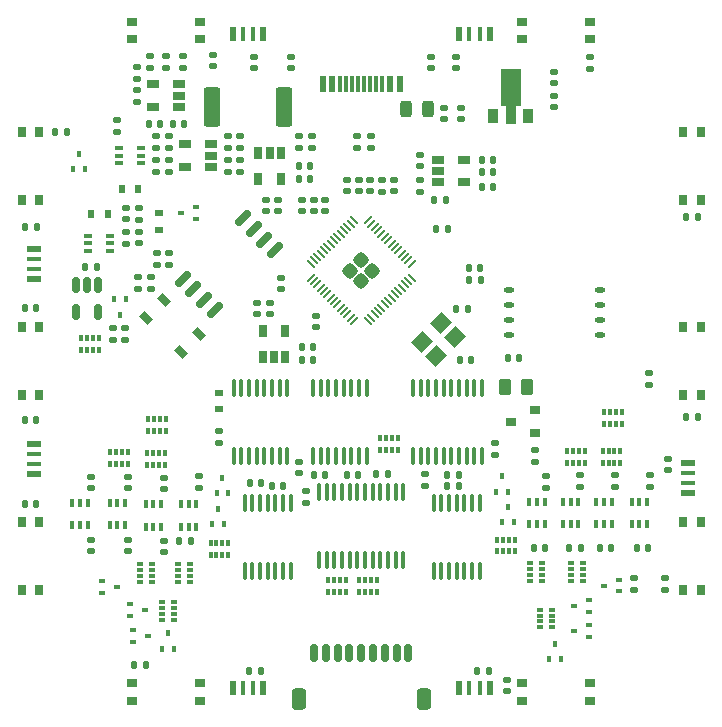
<source format=gtp>
G04 #@! TF.GenerationSoftware,KiCad,Pcbnew,7.0.7*
G04 #@! TF.CreationDate,2023-11-26T14:09:21+01:00*
G04 #@! TF.ProjectId,BusPirate-5-rev10,42757350-6972-4617-9465-2d352d726576,rev?*
G04 #@! TF.SameCoordinates,Original*
G04 #@! TF.FileFunction,Paste,Top*
G04 #@! TF.FilePolarity,Positive*
%FSLAX46Y46*%
G04 Gerber Fmt 4.6, Leading zero omitted, Abs format (unit mm)*
G04 Created by KiCad (PCBNEW 7.0.7) date 2023-11-26 14:09:21*
%MOMM*%
%LPD*%
G01*
G04 APERTURE LIST*
G04 Aperture macros list*
%AMRoundRect*
0 Rectangle with rounded corners*
0 $1 Rounding radius*
0 $2 $3 $4 $5 $6 $7 $8 $9 X,Y pos of 4 corners*
0 Add a 4 corners polygon primitive as box body*
4,1,4,$2,$3,$4,$5,$6,$7,$8,$9,$2,$3,0*
0 Add four circle primitives for the rounded corners*
1,1,$1+$1,$2,$3*
1,1,$1+$1,$4,$5*
1,1,$1+$1,$6,$7*
1,1,$1+$1,$8,$9*
0 Add four rect primitives between the rounded corners*
20,1,$1+$1,$2,$3,$4,$5,0*
20,1,$1+$1,$4,$5,$6,$7,0*
20,1,$1+$1,$6,$7,$8,$9,0*
20,1,$1+$1,$8,$9,$2,$3,0*%
%AMRotRect*
0 Rectangle, with rotation*
0 The origin of the aperture is its center*
0 $1 length*
0 $2 width*
0 $3 Rotation angle, in degrees counterclockwise*
0 Add horizontal line*
21,1,$1,$2,0,0,$3*%
%AMFreePoly0*
4,1,5,0.215000,-0.575000,-0.215000,-0.575000,-0.215000,0.575000,0.215000,0.575000,0.215000,-0.575000,0.215000,-0.575000,$1*%
%AMFreePoly1*
4,1,9,3.862500,-0.866500,0.737500,-0.866500,0.737500,-0.450000,-0.737500,-0.450000,-0.737500,0.450000,0.737500,0.450000,0.737500,0.866500,3.862500,0.866500,3.862500,-0.866500,3.862500,-0.866500,$1*%
G04 Aperture macros list end*
%ADD10R,0.945000X0.738000*%
%ADD11R,0.738000X0.945000*%
%ADD12RoundRect,0.147500X0.172500X-0.147500X0.172500X0.147500X-0.172500X0.147500X-0.172500X-0.147500X0*%
%ADD13RoundRect,0.147500X-0.172500X0.147500X-0.172500X-0.147500X0.172500X-0.147500X0.172500X0.147500X0*%
%ADD14RoundRect,0.147500X0.147500X0.172500X-0.147500X0.172500X-0.147500X-0.172500X0.147500X-0.172500X0*%
%ADD15RoundRect,0.147500X-0.147500X-0.172500X0.147500X-0.172500X0.147500X0.172500X-0.147500X0.172500X0*%
%ADD16RoundRect,0.140000X0.170000X-0.140000X0.170000X0.140000X-0.170000X0.140000X-0.170000X-0.140000X0*%
%ADD17RoundRect,0.140000X-0.140000X-0.170000X0.140000X-0.170000X0.140000X0.170000X-0.140000X0.170000X0*%
%ADD18R,0.400000X0.650000*%
%ADD19RoundRect,0.243750X0.243750X0.456250X-0.243750X0.456250X-0.243750X-0.456250X0.243750X-0.456250X0*%
%ADD20RoundRect,0.140000X0.140000X0.170000X-0.140000X0.170000X-0.140000X-0.170000X0.140000X-0.170000X0*%
%ADD21RoundRect,0.135000X-0.185000X0.135000X-0.185000X-0.135000X0.185000X-0.135000X0.185000X0.135000X0*%
%ADD22RoundRect,0.250000X0.000000X-0.413257X0.413257X0.000000X0.000000X0.413257X-0.413257X0.000000X0*%
%ADD23RoundRect,0.050000X-0.238649X-0.309359X0.309359X0.238649X0.238649X0.309359X-0.309359X-0.238649X0*%
%ADD24RoundRect,0.050000X0.238649X-0.309359X0.309359X-0.238649X-0.238649X0.309359X-0.309359X0.238649X0*%
%ADD25RoundRect,0.140000X-0.170000X0.140000X-0.170000X-0.140000X0.170000X-0.140000X0.170000X0.140000X0*%
%ADD26RoundRect,0.100000X-0.100000X0.637500X-0.100000X-0.637500X0.100000X-0.637500X0.100000X0.637500X0*%
%ADD27R,0.400000X0.500000*%
%ADD28R,0.300000X0.500000*%
%ADD29RoundRect,0.249998X0.262502X0.450002X-0.262502X0.450002X-0.262502X-0.450002X0.262502X-0.450002X0*%
%ADD30RoundRect,0.150000X-0.353553X-0.565685X0.565685X0.353553X0.353553X0.565685X-0.565685X-0.353553X0*%
%ADD31RoundRect,0.135000X0.185000X-0.135000X0.185000X0.135000X-0.185000X0.135000X-0.185000X-0.135000X0*%
%ADD32RoundRect,0.150000X-0.150000X-0.625000X0.150000X-0.625000X0.150000X0.625000X-0.150000X0.625000X0*%
%ADD33RoundRect,0.249999X-0.350001X-0.650001X0.350001X-0.650001X0.350001X0.650001X-0.350001X0.650001X0*%
%ADD34RotRect,1.400000X1.200000X45.000000*%
%ADD35R,0.900000X0.800000*%
%ADD36RotRect,1.050000X0.650000X315.000000*%
%ADD37R,0.600000X0.700000*%
%ADD38RoundRect,0.249999X0.450001X1.425001X-0.450001X1.425001X-0.450001X-1.425001X0.450001X-1.425001X0*%
%ADD39R,0.400000X0.510000*%
%ADD40R,1.060000X0.650000*%
%ADD41R,0.650000X0.400000*%
%ADD42R,0.500000X0.400000*%
%ADD43R,0.500000X0.300000*%
%ADD44RoundRect,0.100000X0.100000X-0.637500X0.100000X0.637500X-0.100000X0.637500X-0.100000X-0.637500X0*%
%ADD45R,0.600000X1.450000*%
%ADD46R,0.300000X1.450000*%
%ADD47FreePoly0,90.000000*%
%ADD48R,1.150000X0.430000*%
%ADD49FreePoly0,0.000000*%
%ADD50R,0.430000X1.150000*%
%ADD51FreePoly0,270.000000*%
%ADD52FreePoly0,180.000000*%
%ADD53R,0.700000X0.600000*%
%ADD54R,0.510000X0.400000*%
%ADD55RoundRect,0.135000X0.135000X0.185000X-0.135000X0.185000X-0.135000X-0.185000X0.135000X-0.185000X0*%
%ADD56R,0.900000X1.300000*%
%ADD57FreePoly1,90.000000*%
%ADD58R,0.650000X1.060000*%
%ADD59RoundRect,0.202500X0.247500X0.022500X-0.247500X0.022500X-0.247500X-0.022500X0.247500X-0.022500X0*%
%ADD60RoundRect,0.150000X-0.150000X0.512500X-0.150000X-0.512500X0.150000X-0.512500X0.150000X0.512500X0*%
G04 APERTURE END LIST*
D10*
X116275000Y-61350000D03*
X116275000Y-62850000D03*
X110525000Y-62850000D03*
X110525000Y-61350000D03*
X143525000Y-118850000D03*
X143525000Y-117350000D03*
X149275000Y-117350000D03*
X149275000Y-118850000D03*
D11*
X101150000Y-103725000D03*
X102650000Y-103725000D03*
X102650000Y-109475000D03*
X101150000Y-109475000D03*
D10*
X149275000Y-61350000D03*
X149275000Y-62850000D03*
X143525000Y-62850000D03*
X143525000Y-61350000D03*
D11*
X158650000Y-76475000D03*
X157150000Y-76475000D03*
X157150000Y-70725000D03*
X158650000Y-70725000D03*
D10*
X110525000Y-118850000D03*
X110525000Y-117350000D03*
X116275000Y-117350000D03*
X116275000Y-118850000D03*
D11*
X101150000Y-70725000D03*
X102650000Y-70725000D03*
X102650000Y-76475000D03*
X101150000Y-76475000D03*
X101150000Y-87225000D03*
X102650000Y-87225000D03*
X102650000Y-92975000D03*
X101150000Y-92975000D03*
D12*
X146200000Y-68585000D03*
X146200000Y-67615000D03*
D13*
X151405000Y-99740000D03*
X151405000Y-100710000D03*
X145530000Y-99815000D03*
X145530000Y-100785000D03*
D14*
X151085000Y-105900000D03*
X150115000Y-105900000D03*
D12*
X128680000Y-75705000D03*
X128680000Y-74735000D03*
D13*
X107030000Y-105215000D03*
X107030000Y-106185000D03*
D14*
X126880574Y-99727186D03*
X125910574Y-99727186D03*
D13*
X154380000Y-99765000D03*
X154380000Y-100735000D03*
X148430000Y-99765000D03*
X148430000Y-100735000D03*
D15*
X136265000Y-78900000D03*
X137235000Y-78900000D03*
D13*
X129680000Y-74735000D03*
X129680000Y-75705000D03*
D16*
X130680000Y-75700000D03*
X130680000Y-74740000D03*
D13*
X126050000Y-86245000D03*
X126050000Y-87215000D03*
D12*
X125880000Y-77405000D03*
X125880000Y-76435000D03*
X132700000Y-75705000D03*
X132700000Y-74735000D03*
D15*
X139040000Y-83250000D03*
X140010000Y-83250000D03*
D12*
X121850000Y-77405000D03*
X121850000Y-76435000D03*
D15*
X137965000Y-85700000D03*
X138935000Y-85700000D03*
D17*
X139020000Y-82225000D03*
X139980000Y-82225000D03*
D18*
X106750000Y-102100000D03*
X106100000Y-102100000D03*
X105450000Y-102100000D03*
X105450000Y-104000000D03*
X106100000Y-104000000D03*
X106750000Y-104000000D03*
X115950000Y-102200000D03*
X115300000Y-102200000D03*
X114650000Y-102200000D03*
X114650000Y-104100000D03*
X115300000Y-104100000D03*
X115950000Y-104100000D03*
X145430000Y-102004668D03*
X144780000Y-102004668D03*
X144130000Y-102004668D03*
X144130000Y-103904668D03*
X144780000Y-103904668D03*
X145430000Y-103904668D03*
X151125000Y-101975000D03*
X150475000Y-101975000D03*
X149825000Y-101975000D03*
X149825000Y-103875000D03*
X150475000Y-103875000D03*
X151125000Y-103875000D03*
D12*
X129580000Y-72025000D03*
X129580000Y-71055000D03*
X130700000Y-72025000D03*
X130700000Y-71055000D03*
X124000000Y-65265000D03*
X124000000Y-64295000D03*
D19*
X135537500Y-68750000D03*
X133662500Y-68750000D03*
D17*
X157420000Y-77900000D03*
X158380000Y-77900000D03*
D20*
X102430000Y-78700000D03*
X101470000Y-78700000D03*
D16*
X137900000Y-65260000D03*
X137900000Y-64300000D03*
D20*
X104980000Y-70700000D03*
X104020000Y-70700000D03*
X102380000Y-85600000D03*
X101420000Y-85600000D03*
X102380000Y-95100000D03*
X101420000Y-95100000D03*
D16*
X149300000Y-65330000D03*
X149300000Y-64370000D03*
X120850000Y-65260000D03*
X120850000Y-64300000D03*
D12*
X124880000Y-77405000D03*
X124880000Y-76435000D03*
D21*
X131680000Y-74710000D03*
X131680000Y-75730000D03*
D16*
X122900000Y-77400000D03*
X122900000Y-76440000D03*
D22*
X128998439Y-82430000D03*
X129900000Y-83331561D03*
X129900000Y-81528439D03*
X130801561Y-82430000D03*
D23*
X125630843Y-83022202D03*
X125913686Y-83305045D03*
X126196528Y-83587887D03*
X126479371Y-83870730D03*
X126762214Y-84153573D03*
X127045056Y-84436415D03*
X127327899Y-84719258D03*
X127610742Y-85002101D03*
X127893585Y-85284944D03*
X128176427Y-85567786D03*
X128459270Y-85850629D03*
X128742113Y-86133472D03*
X129024955Y-86416314D03*
X129307798Y-86699157D03*
D24*
X130492202Y-86699157D03*
X130775045Y-86416314D03*
X131057887Y-86133472D03*
X131340730Y-85850629D03*
X131623573Y-85567786D03*
X131906415Y-85284944D03*
X132189258Y-85002101D03*
X132472101Y-84719258D03*
X132754944Y-84436415D03*
X133037786Y-84153573D03*
X133320629Y-83870730D03*
X133603472Y-83587887D03*
X133886314Y-83305045D03*
X134169157Y-83022202D03*
D23*
X134169157Y-81837798D03*
X133886314Y-81554955D03*
X133603472Y-81272113D03*
X133320629Y-80989270D03*
X133037786Y-80706427D03*
X132754944Y-80423585D03*
X132472101Y-80140742D03*
X132189258Y-79857899D03*
X131906415Y-79575056D03*
X131623573Y-79292214D03*
X131340730Y-79009371D03*
X131057887Y-78726528D03*
X130775045Y-78443686D03*
X130492202Y-78160843D03*
D24*
X129307798Y-78160843D03*
X129024955Y-78443686D03*
X128742113Y-78726528D03*
X128459270Y-79009371D03*
X128176427Y-79292214D03*
X127893585Y-79575056D03*
X127610742Y-79857899D03*
X127327899Y-80140742D03*
X127045056Y-80423585D03*
X126762214Y-80706427D03*
X126479371Y-80989270D03*
X126196528Y-81272113D03*
X125913686Y-81554955D03*
X125630843Y-81837798D03*
D25*
X136950000Y-68620000D03*
X136950000Y-69580000D03*
X138350000Y-68620000D03*
X138350000Y-69580000D03*
D17*
X128678596Y-99737190D03*
X129638596Y-99737190D03*
D26*
X130375000Y-92387500D03*
X129725000Y-92387500D03*
X129075000Y-92387500D03*
X128425000Y-92387500D03*
X127775000Y-92387500D03*
X127125000Y-92387500D03*
X126475000Y-92387500D03*
X125825000Y-92387500D03*
X125825000Y-98112500D03*
X126475000Y-98112500D03*
X127125000Y-98112500D03*
X127775000Y-98112500D03*
X128425000Y-98112500D03*
X129075000Y-98112500D03*
X129725000Y-98112500D03*
X130375000Y-98112500D03*
D16*
X126880000Y-77400000D03*
X126880000Y-76440000D03*
D27*
X111800000Y-98900000D03*
D28*
X112300000Y-98900000D03*
X112800000Y-98900000D03*
D27*
X113300000Y-98900000D03*
X113300000Y-97900000D03*
D28*
X112800000Y-97900000D03*
X112300000Y-97900000D03*
D27*
X111800000Y-97900000D03*
D29*
X143912500Y-92300000D03*
X142087500Y-92300000D03*
D27*
X150350000Y-98700000D03*
D28*
X150850000Y-98700000D03*
X151350000Y-98700000D03*
D27*
X151850000Y-98700000D03*
X151850000Y-97700000D03*
D28*
X151350000Y-97700000D03*
X150850000Y-97700000D03*
D27*
X150350000Y-97700000D03*
D30*
X114807377Y-83098546D03*
X115705403Y-83996572D03*
X116603428Y-84894597D03*
X117501454Y-85792623D03*
X122592623Y-80701454D03*
X121694597Y-79803428D03*
X120796572Y-78905403D03*
X119898546Y-78007377D03*
D21*
X112080000Y-82970000D03*
X112080000Y-83990000D03*
D25*
X142247961Y-117070141D03*
X142247961Y-118030141D03*
D20*
X102380000Y-102200000D03*
X101420000Y-102200000D03*
X140688000Y-116332000D03*
X139728000Y-116332000D03*
X121384000Y-116332000D03*
X120424000Y-116332000D03*
X111659494Y-115831572D03*
X110699494Y-115831572D03*
D12*
X124627951Y-99563197D03*
X124627951Y-98593197D03*
D25*
X146200000Y-65570000D03*
X146200000Y-66530000D03*
D31*
X111000000Y-83990000D03*
X111000000Y-82970000D03*
D16*
X155650000Y-109430000D03*
X155650000Y-108470000D03*
D12*
X135800000Y-65265000D03*
X135800000Y-64295000D03*
D32*
X125900000Y-114820000D03*
X126900000Y-114820000D03*
X127900000Y-114820000D03*
X128900000Y-114820000D03*
X129900000Y-114820000D03*
X130900000Y-114820000D03*
X131900000Y-114820000D03*
X132900000Y-114820000D03*
X133900000Y-114820000D03*
D33*
X124600000Y-118695000D03*
X135200000Y-118695000D03*
D26*
X140145000Y-92387500D03*
X139495000Y-92387500D03*
X138845000Y-92387500D03*
X138195000Y-92387500D03*
X137545000Y-92387500D03*
X136895000Y-92387500D03*
X136245000Y-92387500D03*
X135595000Y-92387500D03*
X134945000Y-92387500D03*
X134295000Y-92387500D03*
X134295000Y-98112500D03*
X134945000Y-98112500D03*
X135595000Y-98112500D03*
X136245000Y-98112500D03*
X136895000Y-98112500D03*
X137545000Y-98112500D03*
X138195000Y-98112500D03*
X138845000Y-98112500D03*
X139495000Y-98112500D03*
X140145000Y-98112500D03*
D16*
X122170000Y-86100000D03*
X122170000Y-85140000D03*
D34*
X136273223Y-89628858D03*
X137828858Y-88073223D03*
X136626777Y-86871142D03*
X135071142Y-88426777D03*
D12*
X117864500Y-97005000D03*
X117864500Y-96035000D03*
D15*
X131172023Y-99660448D03*
X132142023Y-99660448D03*
D25*
X121070000Y-85140000D03*
X121070000Y-86100000D03*
D15*
X124865000Y-90000000D03*
X125835000Y-90000000D03*
D12*
X123100000Y-83985000D03*
X123100000Y-83015000D03*
D35*
X144600000Y-96150000D03*
X144600000Y-94250000D03*
X142600000Y-95200000D03*
D15*
X138235000Y-90020000D03*
X139205000Y-90020000D03*
D36*
X113242893Y-84892614D03*
X116177386Y-87827107D03*
X111722614Y-86412893D03*
X114657107Y-89347386D03*
D37*
X111050000Y-75550000D03*
X109650000Y-75550000D03*
D25*
X155850000Y-98370000D03*
X155850000Y-99330000D03*
D15*
X124615000Y-74650000D03*
X125585000Y-74650000D03*
D14*
X125570000Y-73550000D03*
X124600000Y-73550000D03*
D12*
X113420000Y-65235000D03*
X113420000Y-64265000D03*
D31*
X109980000Y-80140000D03*
X109980000Y-79120000D03*
D21*
X111070000Y-77090000D03*
X111070000Y-78110000D03*
D13*
X109980000Y-77115000D03*
X109980000Y-78085000D03*
D12*
X111070000Y-80115000D03*
X111070000Y-79145000D03*
D21*
X109220000Y-69690000D03*
X109220000Y-70710000D03*
D31*
X112550000Y-74070000D03*
X112550000Y-73050000D03*
D21*
X112550000Y-71030000D03*
X112550000Y-72050000D03*
D20*
X114890000Y-70000000D03*
X113930000Y-70000000D03*
D13*
X111990000Y-64265000D03*
X111990000Y-65235000D03*
D12*
X119630000Y-74045000D03*
X119630000Y-73075000D03*
D38*
X123400000Y-68550000D03*
X117300000Y-68550000D03*
D12*
X124600000Y-72025000D03*
X124600000Y-71055000D03*
D13*
X125700000Y-71065000D03*
X125700000Y-72035000D03*
X118600000Y-73075000D03*
X118600000Y-74045000D03*
X118600000Y-71065000D03*
X118600000Y-72035000D03*
D12*
X113600000Y-74045000D03*
X113600000Y-73075000D03*
X119650000Y-72025000D03*
X119650000Y-71055000D03*
D31*
X113600000Y-72050000D03*
X113600000Y-71030000D03*
D16*
X117350000Y-65130000D03*
X117350000Y-64170000D03*
D39*
X105500000Y-73855000D03*
X106500000Y-73855000D03*
X106000000Y-72565000D03*
D21*
X112600000Y-80890000D03*
X112600000Y-81910000D03*
X113650000Y-80890000D03*
X113650000Y-81910000D03*
D17*
X111950000Y-70000000D03*
X112910000Y-70000000D03*
D12*
X114850000Y-65235000D03*
X114850000Y-64265000D03*
D40*
X114520000Y-68550000D03*
X114520000Y-67600000D03*
X114520000Y-66650000D03*
X112320000Y-66650000D03*
X112320000Y-68550000D03*
D41*
X109400000Y-72050000D03*
X109400000Y-72700000D03*
X109400000Y-73350000D03*
X111300000Y-73350000D03*
X111300000Y-72700000D03*
X111300000Y-72050000D03*
X108680000Y-80750000D03*
X108680000Y-80100000D03*
X108680000Y-79450000D03*
X106780000Y-79450000D03*
X106780000Y-80100000D03*
X106780000Y-80750000D03*
D37*
X107030000Y-77600000D03*
X108430000Y-77600000D03*
D42*
X144200000Y-107200000D03*
D43*
X144200000Y-107700000D03*
X144200000Y-108200000D03*
D42*
X144200000Y-108700000D03*
X145200000Y-108700000D03*
D43*
X145200000Y-108200000D03*
X145200000Y-107700000D03*
D42*
X145200000Y-107200000D03*
D44*
X126325000Y-106912500D03*
X126975000Y-106912500D03*
X127625000Y-106912500D03*
X128275000Y-106912500D03*
X128925000Y-106912500D03*
X129575000Y-106912500D03*
X130225000Y-106912500D03*
X130875000Y-106912500D03*
X131525000Y-106912500D03*
X132175000Y-106912500D03*
X132825000Y-106912500D03*
X133475000Y-106912500D03*
X133475000Y-101187500D03*
X132825000Y-101187500D03*
X132175000Y-101187500D03*
X131525000Y-101187500D03*
X130875000Y-101187500D03*
X130225000Y-101187500D03*
X129575000Y-101187500D03*
X128925000Y-101187500D03*
X128275000Y-101187500D03*
X127625000Y-101187500D03*
X126975000Y-101187500D03*
X126325000Y-101187500D03*
D18*
X148298865Y-101977768D03*
X147648865Y-101977768D03*
X146998865Y-101977768D03*
X146998865Y-103877768D03*
X147648865Y-103877768D03*
X148298865Y-103877768D03*
D14*
X145485000Y-105900000D03*
X144515000Y-105900000D03*
D31*
X144600000Y-98610000D03*
X144600000Y-97590000D03*
D14*
X148485000Y-105900000D03*
X147515000Y-105900000D03*
D27*
X108650000Y-98800000D03*
D28*
X109150000Y-98800000D03*
X109650000Y-98800000D03*
D27*
X110150000Y-98800000D03*
X110150000Y-97800000D03*
D28*
X109650000Y-97800000D03*
X109150000Y-97800000D03*
D27*
X108650000Y-97800000D03*
D25*
X141224000Y-97056000D03*
X141224000Y-98016000D03*
D18*
X112950000Y-102200000D03*
X112300000Y-102200000D03*
X111650000Y-102200000D03*
X111650000Y-104100000D03*
X112300000Y-104100000D03*
X112950000Y-104100000D03*
D27*
X147350000Y-98700000D03*
D28*
X147850000Y-98700000D03*
X148350000Y-98700000D03*
D27*
X148850000Y-98700000D03*
X148850000Y-97700000D03*
D28*
X148350000Y-97700000D03*
X147850000Y-97700000D03*
D27*
X147350000Y-97700000D03*
X111850000Y-96000000D03*
D28*
X112350000Y-96000000D03*
X112850000Y-96000000D03*
D27*
X113350000Y-96000000D03*
X113350000Y-95000000D03*
D28*
X112850000Y-95000000D03*
X112350000Y-95000000D03*
D27*
X111850000Y-95000000D03*
D18*
X109900000Y-102100000D03*
X109250000Y-102100000D03*
X108600000Y-102100000D03*
X108600000Y-104000000D03*
X109250000Y-104000000D03*
X109900000Y-104000000D03*
D13*
X113230000Y-105315000D03*
X113230000Y-106285000D03*
X116200000Y-99815000D03*
X116200000Y-100785000D03*
X107030000Y-99865000D03*
X107030000Y-100835000D03*
X110180000Y-99865000D03*
X110180000Y-100835000D03*
X110180000Y-105215000D03*
X110180000Y-106185000D03*
X113230000Y-99965000D03*
X113230000Y-100935000D03*
D27*
X150450000Y-95400000D03*
D28*
X150950000Y-95400000D03*
X151450000Y-95400000D03*
D27*
X151950000Y-95400000D03*
X151950000Y-94400000D03*
D28*
X151450000Y-94400000D03*
X150950000Y-94400000D03*
D27*
X150450000Y-94400000D03*
D42*
X112200000Y-108800000D03*
D43*
X112200000Y-108300000D03*
X112200000Y-107800000D03*
D42*
X112200000Y-107300000D03*
X111200000Y-107300000D03*
D43*
X111200000Y-107800000D03*
X111200000Y-108300000D03*
D42*
X111200000Y-108800000D03*
D18*
X154100000Y-102000000D03*
X153450000Y-102000000D03*
X152800000Y-102000000D03*
X152800000Y-103900000D03*
X153450000Y-103900000D03*
X154100000Y-103900000D03*
D11*
X158650000Y-109475000D03*
X157150000Y-109475000D03*
X157150000Y-103725000D03*
X158650000Y-103725000D03*
D45*
X133150000Y-66595000D03*
X132350000Y-66595000D03*
D46*
X131150000Y-66595000D03*
X130150000Y-66595000D03*
X129650000Y-66595000D03*
X128650000Y-66595000D03*
D45*
X126650000Y-66595000D03*
X127450000Y-66595000D03*
D46*
X128150000Y-66595000D03*
X129150000Y-66595000D03*
X130650000Y-66595000D03*
X131650000Y-66595000D03*
D26*
X123650500Y-92387500D03*
X123000500Y-92387500D03*
X122350500Y-92387500D03*
X121700500Y-92387500D03*
X121050500Y-92387500D03*
X120400500Y-92387500D03*
X119750500Y-92387500D03*
X119100500Y-92387500D03*
X119100500Y-98112500D03*
X119750500Y-98112500D03*
X120400500Y-98112500D03*
X121050500Y-98112500D03*
X121700500Y-98112500D03*
X122350500Y-98112500D03*
X123000500Y-98112500D03*
X123650500Y-98112500D03*
D14*
X154185000Y-105900000D03*
X153215000Y-105900000D03*
D47*
X157575000Y-98725000D03*
D48*
X157575000Y-99575000D03*
X157575000Y-100425000D03*
D47*
X157575000Y-101275000D03*
D49*
X140775000Y-117775000D03*
D50*
X139925000Y-117775000D03*
X139075000Y-117775000D03*
D49*
X138225000Y-117775000D03*
X121575000Y-117775000D03*
D50*
X120725000Y-117775000D03*
X119875000Y-117775000D03*
D49*
X119025000Y-117775000D03*
D51*
X102225000Y-99625000D03*
D48*
X102225000Y-98775000D03*
X102225000Y-97925000D03*
D51*
X102225000Y-97075000D03*
X102225000Y-83125000D03*
D48*
X102225000Y-82275000D03*
X102225000Y-81425000D03*
D51*
X102225000Y-80575000D03*
D52*
X119025000Y-62425000D03*
D50*
X119875000Y-62425000D03*
X120725000Y-62425000D03*
D52*
X121575000Y-62425000D03*
X138225000Y-62425000D03*
D50*
X139075000Y-62425000D03*
X139925000Y-62425000D03*
D52*
X140775000Y-62425000D03*
D27*
X131500000Y-97600000D03*
D28*
X132000000Y-97600000D03*
X132500000Y-97600000D03*
D27*
X133000000Y-97600000D03*
X133000000Y-96600000D03*
D28*
X132500000Y-96600000D03*
X132000000Y-96600000D03*
D27*
X131500000Y-96600000D03*
D42*
X147650000Y-107200000D03*
D43*
X147650000Y-107700000D03*
X147650000Y-108200000D03*
D42*
X147650000Y-108700000D03*
X148650000Y-108700000D03*
D43*
X148650000Y-108200000D03*
X148650000Y-107700000D03*
D42*
X148650000Y-107200000D03*
X115400000Y-108800000D03*
D43*
X115400000Y-108300000D03*
X115400000Y-107800000D03*
D42*
X115400000Y-107300000D03*
X114400000Y-107300000D03*
D43*
X114400000Y-107800000D03*
X114400000Y-108300000D03*
D42*
X114400000Y-108800000D03*
D31*
X135275327Y-100640100D03*
X135275327Y-99620100D03*
D14*
X115485000Y-105350000D03*
X114515000Y-105350000D03*
D53*
X117864500Y-92772000D03*
X117864500Y-94172000D03*
D54*
X115945000Y-78050000D03*
X115945000Y-77050000D03*
X114655000Y-77550000D03*
D17*
X140120000Y-73050000D03*
X141080000Y-73050000D03*
D20*
X141080000Y-74100000D03*
X140120000Y-74100000D03*
D25*
X134900000Y-72620000D03*
X134900000Y-73580000D03*
D20*
X141080000Y-75300000D03*
X140120000Y-75300000D03*
D21*
X134900000Y-74710000D03*
X134900000Y-75730000D03*
D55*
X137110000Y-76450000D03*
X136090000Y-76450000D03*
D56*
X141070000Y-69300000D03*
D57*
X142570000Y-69212500D03*
D56*
X144070000Y-69300000D03*
D16*
X110900000Y-68130000D03*
X110900000Y-67170000D03*
D12*
X110900000Y-66185000D03*
X110900000Y-65215000D03*
D53*
X112800000Y-77550000D03*
X112800000Y-78950000D03*
D40*
X117200000Y-73630000D03*
X117200000Y-72680000D03*
X117200000Y-71730000D03*
X115000000Y-71730000D03*
X115000000Y-73630000D03*
D54*
X151765000Y-109585000D03*
X151765000Y-108585000D03*
X150475000Y-109085000D03*
X149225000Y-111284269D03*
X149225000Y-110284269D03*
X147935000Y-110784269D03*
D39*
X145812000Y-115316000D03*
X146812000Y-115316000D03*
X146312000Y-114026000D03*
D31*
X152977573Y-109466257D03*
X152977573Y-108446257D03*
D54*
X149226608Y-113466110D03*
X149226608Y-112466110D03*
X147936608Y-112966110D03*
D42*
X145050000Y-111125000D03*
D43*
X145050000Y-111625000D03*
X145050000Y-112125000D03*
D42*
X145050000Y-112625000D03*
X146050000Y-112625000D03*
D43*
X146050000Y-112125000D03*
X146050000Y-111625000D03*
D42*
X146050000Y-111125000D03*
X114030000Y-111990000D03*
D43*
X114030000Y-111490000D03*
X114030000Y-110990000D03*
D42*
X114030000Y-110490000D03*
X113030000Y-110490000D03*
D43*
X113030000Y-110990000D03*
X113030000Y-111490000D03*
D42*
X113030000Y-111990000D03*
D54*
X110347709Y-110679210D03*
X110347709Y-111679210D03*
X111637709Y-111179210D03*
D39*
X113025614Y-114428421D03*
X114025614Y-114428421D03*
X113525614Y-113138421D03*
D54*
X110605195Y-112873968D03*
X110605195Y-113873968D03*
X111895195Y-113373968D03*
X107930000Y-108720000D03*
X107930000Y-109720000D03*
X109220000Y-109220000D03*
D27*
X131240000Y-108650000D03*
D28*
X130740000Y-108650000D03*
X130240000Y-108650000D03*
D27*
X129740000Y-108650000D03*
X129740000Y-109650000D03*
D28*
X130240000Y-109650000D03*
X130740000Y-109650000D03*
D27*
X131240000Y-109650000D03*
X128580000Y-108650000D03*
D28*
X128080000Y-108650000D03*
X127580000Y-108650000D03*
D27*
X127080000Y-108650000D03*
X127080000Y-109650000D03*
D28*
X127580000Y-109650000D03*
X128080000Y-109650000D03*
D27*
X128580000Y-109650000D03*
X106173997Y-89166082D03*
D28*
X106673997Y-89166082D03*
X107173997Y-89166082D03*
D27*
X107673997Y-89166082D03*
X107673997Y-88166082D03*
D28*
X107173997Y-88166082D03*
X106673997Y-88166082D03*
D27*
X106173997Y-88166082D03*
D58*
X123100000Y-72460000D03*
X122150000Y-72460000D03*
X121200000Y-72460000D03*
X121200000Y-74660000D03*
X123100000Y-74660000D03*
D40*
X136450000Y-73050000D03*
X136450000Y-74000000D03*
X136450000Y-74950000D03*
X138650000Y-74950000D03*
X138650000Y-73050000D03*
D58*
X121550000Y-89700000D03*
X122500000Y-89700000D03*
X123450000Y-89700000D03*
X123450000Y-87500000D03*
X121550000Y-87500000D03*
D15*
X124859184Y-88913667D03*
X125829184Y-88913667D03*
D17*
X157420000Y-94800000D03*
X158380000Y-94800000D03*
D11*
X158650000Y-92975000D03*
X157150000Y-92975000D03*
X157150000Y-87225000D03*
X158650000Y-87225000D03*
D17*
X142320000Y-89800000D03*
X143280000Y-89800000D03*
D59*
X150150000Y-87905000D03*
X150150000Y-86635000D03*
X150150000Y-85365000D03*
X150150000Y-84095000D03*
X142450000Y-84095000D03*
X142450000Y-85365000D03*
X142450000Y-86635000D03*
X142450000Y-87905000D03*
D31*
X154300000Y-92120000D03*
X154300000Y-91100000D03*
D26*
X139950000Y-102137500D03*
X139300000Y-102137500D03*
X138650000Y-102137500D03*
X138000000Y-102137500D03*
X137350000Y-102137500D03*
X136700000Y-102137500D03*
X136050000Y-102137500D03*
X136050000Y-107862500D03*
X136700000Y-107862500D03*
X137350000Y-107862500D03*
X138000000Y-107862500D03*
X138650000Y-107862500D03*
X139300000Y-107862500D03*
X139950000Y-107862500D03*
D31*
X125233892Y-102112000D03*
X125233892Y-101092000D03*
D16*
X109920864Y-88270789D03*
X109920864Y-87310789D03*
D17*
X137188000Y-99697012D03*
X138148000Y-99697012D03*
D39*
X117250123Y-103906000D03*
X118250123Y-103906000D03*
X117750123Y-102616000D03*
X117660849Y-101229000D03*
X118660849Y-101229000D03*
X118160849Y-99939000D03*
D25*
X108925662Y-87299471D03*
X108925662Y-88259471D03*
D26*
X123950000Y-102137500D03*
X123300000Y-102137500D03*
X122650000Y-102137500D03*
X122000000Y-102137500D03*
X121350000Y-102137500D03*
X120700000Y-102137500D03*
X120050000Y-102137500D03*
X120050000Y-107862500D03*
X120700000Y-107862500D03*
X121350000Y-107862500D03*
X122000000Y-107862500D03*
X122650000Y-107862500D03*
X123300000Y-107862500D03*
X123950000Y-107862500D03*
D55*
X107543715Y-82151918D03*
X106523715Y-82151918D03*
D39*
X109970791Y-84855144D03*
X108970791Y-84855144D03*
X109470791Y-86145144D03*
D17*
X120487149Y-100389462D03*
X121447149Y-100389462D03*
D20*
X123327008Y-100646986D03*
X122367008Y-100646986D03*
D39*
X141342965Y-101134720D03*
X142342965Y-101134720D03*
X141842965Y-99844720D03*
X141803512Y-103696295D03*
X142803512Y-103696295D03*
X142303512Y-102406295D03*
D17*
X137188000Y-100665442D03*
X138148000Y-100665442D03*
D27*
X118650000Y-105500000D03*
D28*
X118150000Y-105500000D03*
X117650000Y-105500000D03*
D27*
X117150000Y-105500000D03*
X117150000Y-106500000D03*
D28*
X117650000Y-106500000D03*
X118150000Y-106500000D03*
D27*
X118650000Y-106500000D03*
D60*
X107630000Y-83632500D03*
X106680000Y-83632500D03*
X105730000Y-83632500D03*
X105730000Y-85907500D03*
X107630000Y-85907500D03*
D27*
X142900000Y-105200000D03*
D28*
X142400000Y-105200000D03*
X141900000Y-105200000D03*
D27*
X141400000Y-105200000D03*
X141400000Y-106200000D03*
D28*
X141900000Y-106200000D03*
X142400000Y-106200000D03*
D27*
X142900000Y-106200000D03*
M02*

</source>
